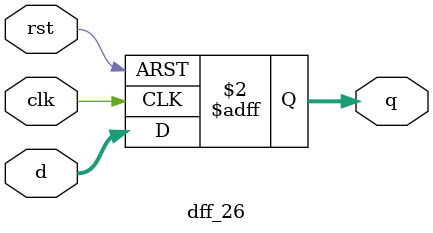
<source format=v>
/*
 * @Author: [Zhuohao Lee]
 * @Date: 2022-04-18 17:45:51
 * @LastEditors: [Zhuohao Lee]
 * @LastEditTime: 2022-04-23 14:03:16
 * @FilePath: /undefined/Users/edith_lzh/Desktop/大三下/VLSI/github/lab/lab1/A1_new/dff_26.v
 * @Description: edith_lzh@sjtu.edu.cn
 * yes
 * Copyright (c) 2022 by Zhuohao Lee, All Rights Reserved.
 */

`timescale 1ns / 1ps
module dff_26(input clk,
              input rst,
              input [26:0] d,
              output reg [26:0] q);
    
    
    always @(posedge clk or posedge rst)
        if (rst)
            q <= 0;
        else
            q <= d;
    
endmodule

</source>
